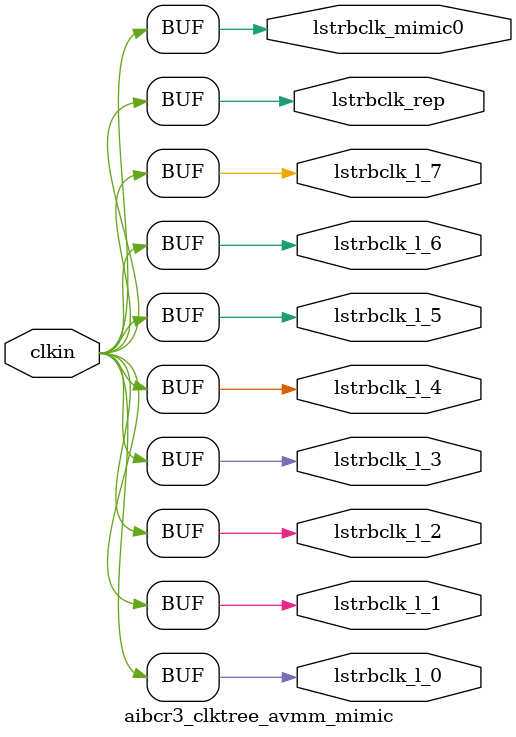
<source format=v>


module aibcr3_clktree_avmm_mimic 
#(
parameter SKEW_DELAY     = 60   //min:20ps; typ :60ps; max:100ps
)
(
   input  wire         clkin,                   //clock source
   output wire 	       lstrbclk_l_0, 	        //buffered clock
   output wire         lstrbclk_l_1,            //buffered clock
   output wire         lstrbclk_l_2,            //buffered clock
   output wire         lstrbclk_l_3,            //buffered clock
   output wire         lstrbclk_l_4,            //buffered clock
   output wire         lstrbclk_l_5,            //buffered clock
   output wire         lstrbclk_l_6,            //buffered clock
   output wire         lstrbclk_l_7,            //buffered clock
   output wire         lstrbclk_rep, 	        //replica for DLL
   output wire         lstrbclk_mimic0         //mimic path for load matching
);

`ifdef TIMESCALE_EN
  timeunit 1ps;
  timeprecision 1ps;
`endif
  
                assign #SKEW_DELAY lstrbclk_l_0 = clkin;
                assign #SKEW_DELAY lstrbclk_l_1 = clkin;
                assign #SKEW_DELAY lstrbclk_l_2 = clkin;
                assign #SKEW_DELAY lstrbclk_l_3 = clkin;
                assign #SKEW_DELAY lstrbclk_l_4 = clkin;
                assign #SKEW_DELAY lstrbclk_l_5 = clkin;
                assign #SKEW_DELAY lstrbclk_l_6 = clkin;
                assign #SKEW_DELAY lstrbclk_l_7 = clkin;
                assign #SKEW_DELAY lstrbclk_rep = clkin;
                assign #SKEW_DELAY lstrbclk_mimic0 = clkin;

endmodule // aibcr_clktree_avmm_mimic


</source>
